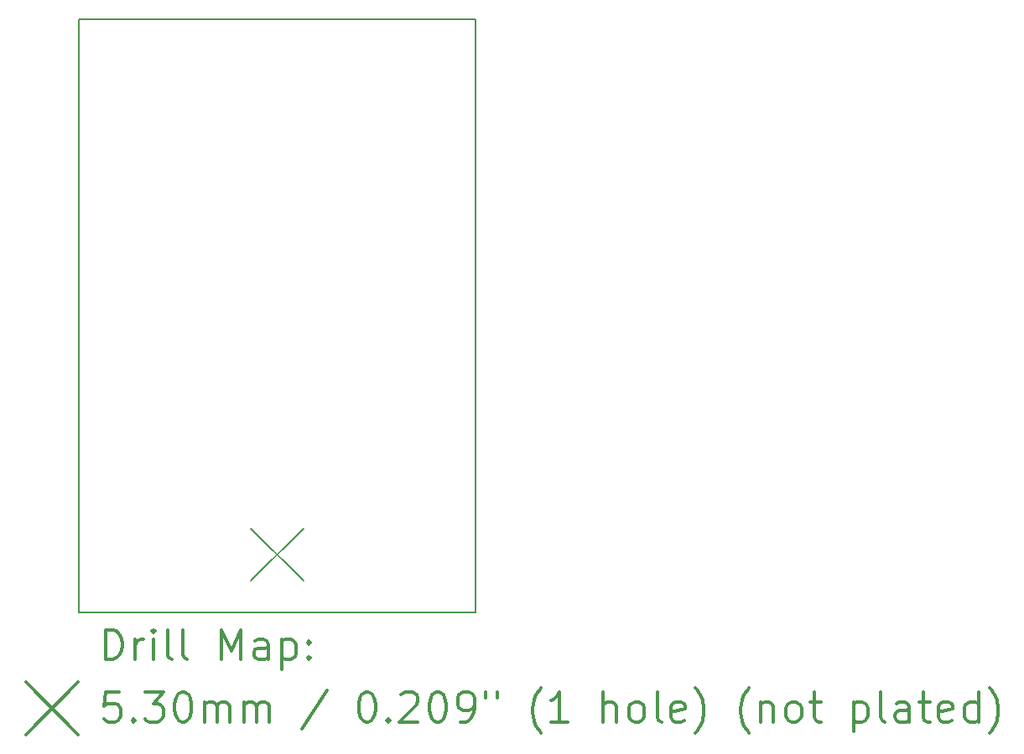
<source format=gbr>
%FSLAX45Y45*%
G04 Gerber Fmt 4.5, Leading zero omitted, Abs format (unit mm)*
G04 Created by KiCad (PCBNEW 4.0.5) date 04/03/17 22:08:14*
%MOMM*%
%LPD*%
G01*
G04 APERTURE LIST*
%ADD10C,0.127000*%
%ADD11C,0.150000*%
%ADD12C,0.200000*%
%ADD13C,0.300000*%
G04 APERTURE END LIST*
D10*
D11*
X8860000Y-7765000D02*
X8860000Y-7750000D01*
X8860000Y-13750000D02*
X8860000Y-7755000D01*
X12860000Y-13750000D02*
X8860000Y-13750000D01*
X12860000Y-7750000D02*
X12860000Y-13750000D01*
X8860000Y-7750000D02*
X12860000Y-7750000D01*
D12*
X10595000Y-12900000D02*
X11125000Y-13430000D01*
X11125000Y-12900000D02*
X10595000Y-13430000D01*
D13*
X9123929Y-14223214D02*
X9123929Y-13923214D01*
X9195357Y-13923214D01*
X9238214Y-13937500D01*
X9266786Y-13966071D01*
X9281071Y-13994643D01*
X9295357Y-14051786D01*
X9295357Y-14094643D01*
X9281071Y-14151786D01*
X9266786Y-14180357D01*
X9238214Y-14208929D01*
X9195357Y-14223214D01*
X9123929Y-14223214D01*
X9423929Y-14223214D02*
X9423929Y-14023214D01*
X9423929Y-14080357D02*
X9438214Y-14051786D01*
X9452500Y-14037500D01*
X9481071Y-14023214D01*
X9509643Y-14023214D01*
X9609643Y-14223214D02*
X9609643Y-14023214D01*
X9609643Y-13923214D02*
X9595357Y-13937500D01*
X9609643Y-13951786D01*
X9623929Y-13937500D01*
X9609643Y-13923214D01*
X9609643Y-13951786D01*
X9795357Y-14223214D02*
X9766786Y-14208929D01*
X9752500Y-14180357D01*
X9752500Y-13923214D01*
X9952500Y-14223214D02*
X9923929Y-14208929D01*
X9909643Y-14180357D01*
X9909643Y-13923214D01*
X10295357Y-14223214D02*
X10295357Y-13923214D01*
X10395357Y-14137500D01*
X10495357Y-13923214D01*
X10495357Y-14223214D01*
X10766786Y-14223214D02*
X10766786Y-14066071D01*
X10752500Y-14037500D01*
X10723929Y-14023214D01*
X10666786Y-14023214D01*
X10638214Y-14037500D01*
X10766786Y-14208929D02*
X10738214Y-14223214D01*
X10666786Y-14223214D01*
X10638214Y-14208929D01*
X10623929Y-14180357D01*
X10623929Y-14151786D01*
X10638214Y-14123214D01*
X10666786Y-14108929D01*
X10738214Y-14108929D01*
X10766786Y-14094643D01*
X10909643Y-14023214D02*
X10909643Y-14323214D01*
X10909643Y-14037500D02*
X10938214Y-14023214D01*
X10995357Y-14023214D01*
X11023929Y-14037500D01*
X11038214Y-14051786D01*
X11052500Y-14080357D01*
X11052500Y-14166071D01*
X11038214Y-14194643D01*
X11023929Y-14208929D01*
X10995357Y-14223214D01*
X10938214Y-14223214D01*
X10909643Y-14208929D01*
X11181071Y-14194643D02*
X11195357Y-14208929D01*
X11181071Y-14223214D01*
X11166786Y-14208929D01*
X11181071Y-14194643D01*
X11181071Y-14223214D01*
X11181071Y-14037500D02*
X11195357Y-14051786D01*
X11181071Y-14066071D01*
X11166786Y-14051786D01*
X11181071Y-14037500D01*
X11181071Y-14066071D01*
X8322500Y-14452500D02*
X8852500Y-14982500D01*
X8852500Y-14452500D02*
X8322500Y-14982500D01*
X9266786Y-14553214D02*
X9123929Y-14553214D01*
X9109643Y-14696071D01*
X9123929Y-14681786D01*
X9152500Y-14667500D01*
X9223929Y-14667500D01*
X9252500Y-14681786D01*
X9266786Y-14696071D01*
X9281071Y-14724643D01*
X9281071Y-14796071D01*
X9266786Y-14824643D01*
X9252500Y-14838929D01*
X9223929Y-14853214D01*
X9152500Y-14853214D01*
X9123929Y-14838929D01*
X9109643Y-14824643D01*
X9409643Y-14824643D02*
X9423929Y-14838929D01*
X9409643Y-14853214D01*
X9395357Y-14838929D01*
X9409643Y-14824643D01*
X9409643Y-14853214D01*
X9523928Y-14553214D02*
X9709643Y-14553214D01*
X9609643Y-14667500D01*
X9652500Y-14667500D01*
X9681071Y-14681786D01*
X9695357Y-14696071D01*
X9709643Y-14724643D01*
X9709643Y-14796071D01*
X9695357Y-14824643D01*
X9681071Y-14838929D01*
X9652500Y-14853214D01*
X9566786Y-14853214D01*
X9538214Y-14838929D01*
X9523928Y-14824643D01*
X9895357Y-14553214D02*
X9923929Y-14553214D01*
X9952500Y-14567500D01*
X9966786Y-14581786D01*
X9981071Y-14610357D01*
X9995357Y-14667500D01*
X9995357Y-14738929D01*
X9981071Y-14796071D01*
X9966786Y-14824643D01*
X9952500Y-14838929D01*
X9923929Y-14853214D01*
X9895357Y-14853214D01*
X9866786Y-14838929D01*
X9852500Y-14824643D01*
X9838214Y-14796071D01*
X9823929Y-14738929D01*
X9823929Y-14667500D01*
X9838214Y-14610357D01*
X9852500Y-14581786D01*
X9866786Y-14567500D01*
X9895357Y-14553214D01*
X10123929Y-14853214D02*
X10123929Y-14653214D01*
X10123929Y-14681786D02*
X10138214Y-14667500D01*
X10166786Y-14653214D01*
X10209643Y-14653214D01*
X10238214Y-14667500D01*
X10252500Y-14696071D01*
X10252500Y-14853214D01*
X10252500Y-14696071D02*
X10266786Y-14667500D01*
X10295357Y-14653214D01*
X10338214Y-14653214D01*
X10366786Y-14667500D01*
X10381071Y-14696071D01*
X10381071Y-14853214D01*
X10523929Y-14853214D02*
X10523929Y-14653214D01*
X10523929Y-14681786D02*
X10538214Y-14667500D01*
X10566786Y-14653214D01*
X10609643Y-14653214D01*
X10638214Y-14667500D01*
X10652500Y-14696071D01*
X10652500Y-14853214D01*
X10652500Y-14696071D02*
X10666786Y-14667500D01*
X10695357Y-14653214D01*
X10738214Y-14653214D01*
X10766786Y-14667500D01*
X10781071Y-14696071D01*
X10781071Y-14853214D01*
X11366786Y-14538929D02*
X11109643Y-14924643D01*
X11752500Y-14553214D02*
X11781071Y-14553214D01*
X11809643Y-14567500D01*
X11823928Y-14581786D01*
X11838214Y-14610357D01*
X11852500Y-14667500D01*
X11852500Y-14738929D01*
X11838214Y-14796071D01*
X11823928Y-14824643D01*
X11809643Y-14838929D01*
X11781071Y-14853214D01*
X11752500Y-14853214D01*
X11723928Y-14838929D01*
X11709643Y-14824643D01*
X11695357Y-14796071D01*
X11681071Y-14738929D01*
X11681071Y-14667500D01*
X11695357Y-14610357D01*
X11709643Y-14581786D01*
X11723928Y-14567500D01*
X11752500Y-14553214D01*
X11981071Y-14824643D02*
X11995357Y-14838929D01*
X11981071Y-14853214D01*
X11966786Y-14838929D01*
X11981071Y-14824643D01*
X11981071Y-14853214D01*
X12109643Y-14581786D02*
X12123928Y-14567500D01*
X12152500Y-14553214D01*
X12223928Y-14553214D01*
X12252500Y-14567500D01*
X12266785Y-14581786D01*
X12281071Y-14610357D01*
X12281071Y-14638929D01*
X12266785Y-14681786D01*
X12095357Y-14853214D01*
X12281071Y-14853214D01*
X12466785Y-14553214D02*
X12495357Y-14553214D01*
X12523928Y-14567500D01*
X12538214Y-14581786D01*
X12552500Y-14610357D01*
X12566785Y-14667500D01*
X12566785Y-14738929D01*
X12552500Y-14796071D01*
X12538214Y-14824643D01*
X12523928Y-14838929D01*
X12495357Y-14853214D01*
X12466785Y-14853214D01*
X12438214Y-14838929D01*
X12423928Y-14824643D01*
X12409643Y-14796071D01*
X12395357Y-14738929D01*
X12395357Y-14667500D01*
X12409643Y-14610357D01*
X12423928Y-14581786D01*
X12438214Y-14567500D01*
X12466785Y-14553214D01*
X12709643Y-14853214D02*
X12766785Y-14853214D01*
X12795357Y-14838929D01*
X12809643Y-14824643D01*
X12838214Y-14781786D01*
X12852500Y-14724643D01*
X12852500Y-14610357D01*
X12838214Y-14581786D01*
X12823928Y-14567500D01*
X12795357Y-14553214D01*
X12738214Y-14553214D01*
X12709643Y-14567500D01*
X12695357Y-14581786D01*
X12681071Y-14610357D01*
X12681071Y-14681786D01*
X12695357Y-14710357D01*
X12709643Y-14724643D01*
X12738214Y-14738929D01*
X12795357Y-14738929D01*
X12823928Y-14724643D01*
X12838214Y-14710357D01*
X12852500Y-14681786D01*
X12966786Y-14553214D02*
X12966786Y-14610357D01*
X13081071Y-14553214D02*
X13081071Y-14610357D01*
X13523928Y-14967500D02*
X13509643Y-14953214D01*
X13481071Y-14910357D01*
X13466785Y-14881786D01*
X13452500Y-14838929D01*
X13438214Y-14767500D01*
X13438214Y-14710357D01*
X13452500Y-14638929D01*
X13466785Y-14596071D01*
X13481071Y-14567500D01*
X13509643Y-14524643D01*
X13523928Y-14510357D01*
X13795357Y-14853214D02*
X13623928Y-14853214D01*
X13709643Y-14853214D02*
X13709643Y-14553214D01*
X13681071Y-14596071D01*
X13652500Y-14624643D01*
X13623928Y-14638929D01*
X14152500Y-14853214D02*
X14152500Y-14553214D01*
X14281071Y-14853214D02*
X14281071Y-14696071D01*
X14266785Y-14667500D01*
X14238214Y-14653214D01*
X14195357Y-14653214D01*
X14166785Y-14667500D01*
X14152500Y-14681786D01*
X14466785Y-14853214D02*
X14438214Y-14838929D01*
X14423928Y-14824643D01*
X14409643Y-14796071D01*
X14409643Y-14710357D01*
X14423928Y-14681786D01*
X14438214Y-14667500D01*
X14466785Y-14653214D01*
X14509643Y-14653214D01*
X14538214Y-14667500D01*
X14552500Y-14681786D01*
X14566785Y-14710357D01*
X14566785Y-14796071D01*
X14552500Y-14824643D01*
X14538214Y-14838929D01*
X14509643Y-14853214D01*
X14466785Y-14853214D01*
X14738214Y-14853214D02*
X14709643Y-14838929D01*
X14695357Y-14810357D01*
X14695357Y-14553214D01*
X14966786Y-14838929D02*
X14938214Y-14853214D01*
X14881071Y-14853214D01*
X14852500Y-14838929D01*
X14838214Y-14810357D01*
X14838214Y-14696071D01*
X14852500Y-14667500D01*
X14881071Y-14653214D01*
X14938214Y-14653214D01*
X14966786Y-14667500D01*
X14981071Y-14696071D01*
X14981071Y-14724643D01*
X14838214Y-14753214D01*
X15081071Y-14967500D02*
X15095357Y-14953214D01*
X15123928Y-14910357D01*
X15138214Y-14881786D01*
X15152500Y-14838929D01*
X15166786Y-14767500D01*
X15166786Y-14710357D01*
X15152500Y-14638929D01*
X15138214Y-14596071D01*
X15123928Y-14567500D01*
X15095357Y-14524643D01*
X15081071Y-14510357D01*
X15623928Y-14967500D02*
X15609643Y-14953214D01*
X15581071Y-14910357D01*
X15566786Y-14881786D01*
X15552500Y-14838929D01*
X15538214Y-14767500D01*
X15538214Y-14710357D01*
X15552500Y-14638929D01*
X15566786Y-14596071D01*
X15581071Y-14567500D01*
X15609643Y-14524643D01*
X15623928Y-14510357D01*
X15738214Y-14653214D02*
X15738214Y-14853214D01*
X15738214Y-14681786D02*
X15752500Y-14667500D01*
X15781071Y-14653214D01*
X15823928Y-14653214D01*
X15852500Y-14667500D01*
X15866786Y-14696071D01*
X15866786Y-14853214D01*
X16052500Y-14853214D02*
X16023928Y-14838929D01*
X16009643Y-14824643D01*
X15995357Y-14796071D01*
X15995357Y-14710357D01*
X16009643Y-14681786D01*
X16023928Y-14667500D01*
X16052500Y-14653214D01*
X16095357Y-14653214D01*
X16123928Y-14667500D01*
X16138214Y-14681786D01*
X16152500Y-14710357D01*
X16152500Y-14796071D01*
X16138214Y-14824643D01*
X16123928Y-14838929D01*
X16095357Y-14853214D01*
X16052500Y-14853214D01*
X16238214Y-14653214D02*
X16352500Y-14653214D01*
X16281071Y-14553214D02*
X16281071Y-14810357D01*
X16295357Y-14838929D01*
X16323928Y-14853214D01*
X16352500Y-14853214D01*
X16681071Y-14653214D02*
X16681071Y-14953214D01*
X16681071Y-14667500D02*
X16709643Y-14653214D01*
X16766786Y-14653214D01*
X16795357Y-14667500D01*
X16809643Y-14681786D01*
X16823929Y-14710357D01*
X16823929Y-14796071D01*
X16809643Y-14824643D01*
X16795357Y-14838929D01*
X16766786Y-14853214D01*
X16709643Y-14853214D01*
X16681071Y-14838929D01*
X16995357Y-14853214D02*
X16966786Y-14838929D01*
X16952500Y-14810357D01*
X16952500Y-14553214D01*
X17238214Y-14853214D02*
X17238214Y-14696071D01*
X17223929Y-14667500D01*
X17195357Y-14653214D01*
X17138214Y-14653214D01*
X17109643Y-14667500D01*
X17238214Y-14838929D02*
X17209643Y-14853214D01*
X17138214Y-14853214D01*
X17109643Y-14838929D01*
X17095357Y-14810357D01*
X17095357Y-14781786D01*
X17109643Y-14753214D01*
X17138214Y-14738929D01*
X17209643Y-14738929D01*
X17238214Y-14724643D01*
X17338214Y-14653214D02*
X17452500Y-14653214D01*
X17381072Y-14553214D02*
X17381072Y-14810357D01*
X17395357Y-14838929D01*
X17423929Y-14853214D01*
X17452500Y-14853214D01*
X17666786Y-14838929D02*
X17638214Y-14853214D01*
X17581072Y-14853214D01*
X17552500Y-14838929D01*
X17538214Y-14810357D01*
X17538214Y-14696071D01*
X17552500Y-14667500D01*
X17581072Y-14653214D01*
X17638214Y-14653214D01*
X17666786Y-14667500D01*
X17681072Y-14696071D01*
X17681072Y-14724643D01*
X17538214Y-14753214D01*
X17938214Y-14853214D02*
X17938214Y-14553214D01*
X17938214Y-14838929D02*
X17909643Y-14853214D01*
X17852500Y-14853214D01*
X17823929Y-14838929D01*
X17809643Y-14824643D01*
X17795357Y-14796071D01*
X17795357Y-14710357D01*
X17809643Y-14681786D01*
X17823929Y-14667500D01*
X17852500Y-14653214D01*
X17909643Y-14653214D01*
X17938214Y-14667500D01*
X18052500Y-14967500D02*
X18066786Y-14953214D01*
X18095357Y-14910357D01*
X18109643Y-14881786D01*
X18123929Y-14838929D01*
X18138214Y-14767500D01*
X18138214Y-14710357D01*
X18123929Y-14638929D01*
X18109643Y-14596071D01*
X18095357Y-14567500D01*
X18066786Y-14524643D01*
X18052500Y-14510357D01*
M02*

</source>
